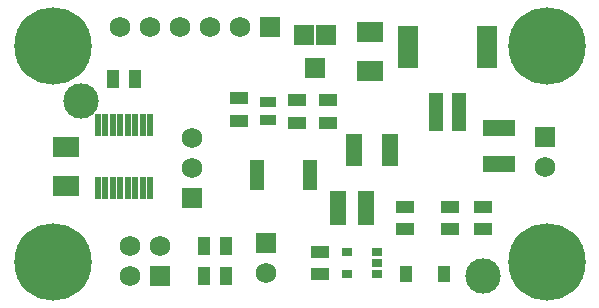
<source format=gts>
G04 (created by PCBNEW (2013-05-31 BZR 4019)-stable) date 9/7/2014 5:27:28 PM*
%MOIN*%
G04 Gerber Fmt 3.4, Leading zero omitted, Abs format*
%FSLAX34Y34*%
G01*
G70*
G90*
G04 APERTURE LIST*
%ADD10C,0.00590551*%
%ADD11R,0.108X0.058*%
%ADD12R,0.063X0.043*%
%ADD13R,0.0438X0.056*%
%ADD14R,0.043X0.063*%
%ADD15C,0.11811*%
%ADD16R,0.0670551X0.0670551*%
%ADD17R,0.068X0.068*%
%ADD18C,0.068*%
%ADD19R,0.058X0.108*%
%ADD20R,0.053X0.033*%
%ADD21R,0.038X0.028*%
%ADD22R,0.0474X0.0186*%
%ADD23R,0.024X0.073*%
%ADD24R,0.0552441X0.114299*%
%ADD25R,0.0473701X0.12611*%
%ADD26R,0.0670551X0.141858*%
%ADD27R,0.088X0.068*%
%ADD28C,0.258*%
G04 APERTURE END LIST*
G54D10*
G54D11*
X59586Y-29734D03*
X59586Y-30934D03*
G54D12*
X53897Y-29567D03*
X53897Y-28817D03*
X52874Y-29567D03*
X52874Y-28817D03*
X50925Y-29508D03*
X50925Y-28758D03*
G54D13*
X56481Y-34606D03*
X57769Y-34606D03*
G54D12*
X53622Y-34626D03*
X53622Y-33876D03*
G54D14*
X50493Y-33681D03*
X49743Y-33681D03*
G54D12*
X59055Y-33130D03*
X59055Y-32380D03*
X56456Y-33130D03*
X56456Y-32380D03*
G54D15*
X59055Y-34685D03*
X45650Y-28850D03*
G54D16*
X53464Y-27736D03*
X53090Y-26633D03*
X53838Y-26633D03*
G54D17*
X49370Y-32082D03*
G54D18*
X49370Y-31082D03*
X49370Y-30082D03*
G54D17*
X48295Y-34673D03*
G54D18*
X47295Y-34673D03*
X48295Y-33673D03*
X47295Y-33673D03*
G54D17*
X51948Y-26377D03*
G54D18*
X50948Y-26377D03*
X49948Y-26377D03*
X48948Y-26377D03*
X47948Y-26377D03*
X46948Y-26377D03*
G54D14*
X47461Y-28110D03*
X46711Y-28110D03*
G54D12*
X57952Y-33130D03*
X57952Y-32380D03*
G54D19*
X54774Y-30492D03*
X55974Y-30492D03*
G54D20*
X51889Y-29492D03*
X51889Y-28892D03*
G54D14*
X50493Y-34685D03*
X49743Y-34685D03*
G54D21*
X55539Y-34626D03*
X55539Y-33876D03*
X54539Y-34626D03*
X55539Y-34251D03*
X54539Y-33876D03*
G54D22*
X51526Y-30899D03*
X51526Y-31099D03*
X51526Y-31299D03*
X51526Y-31499D03*
X51526Y-31699D03*
X53276Y-31699D03*
X53276Y-31499D03*
X53276Y-31299D03*
X53276Y-31099D03*
X53276Y-30899D03*
G54D23*
X47211Y-29658D03*
X46961Y-29658D03*
X46711Y-29658D03*
X46461Y-29658D03*
X47961Y-31758D03*
X47961Y-29658D03*
X47711Y-29658D03*
X47461Y-29658D03*
X46211Y-31758D03*
X46461Y-31758D03*
X46711Y-31758D03*
X46961Y-31758D03*
X47211Y-31758D03*
X47461Y-31758D03*
X46211Y-29658D03*
X47711Y-31758D03*
G54D24*
X54212Y-32401D03*
X55157Y-32401D03*
G54D25*
X57480Y-29212D03*
X58267Y-29212D03*
G54D26*
X56555Y-27047D03*
X59192Y-27047D03*
G54D17*
X61141Y-30031D03*
G54D18*
X61141Y-31031D03*
G54D27*
X45157Y-30373D03*
X45157Y-31673D03*
X55275Y-27854D03*
X55275Y-26554D03*
G54D28*
X44724Y-27007D03*
X44724Y-34212D03*
X61181Y-34212D03*
X61181Y-27007D03*
G54D17*
X51811Y-33594D03*
G54D18*
X51811Y-34594D03*
M02*

</source>
